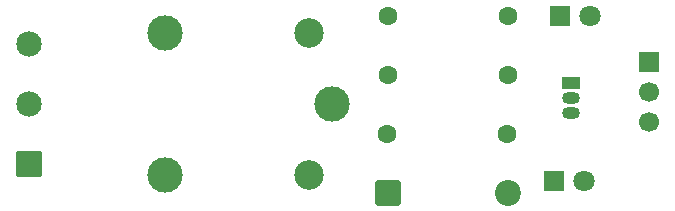
<source format=gbr>
%TF.GenerationSoftware,KiCad,Pcbnew,9.0.4*%
%TF.CreationDate,2025-10-31T12:34:43+05:30*%
%TF.ProjectId,5V_relay_module,35565f72-656c-4617-995f-6d6f64756c65,rev?*%
%TF.SameCoordinates,Original*%
%TF.FileFunction,Soldermask,Bot*%
%TF.FilePolarity,Negative*%
%FSLAX46Y46*%
G04 Gerber Fmt 4.6, Leading zero omitted, Abs format (unit mm)*
G04 Created by KiCad (PCBNEW 9.0.4) date 2025-10-31 12:34:43*
%MOMM*%
%LPD*%
G01*
G04 APERTURE LIST*
G04 Aperture macros list*
%AMRoundRect*
0 Rectangle with rounded corners*
0 $1 Rounding radius*
0 $2 $3 $4 $5 $6 $7 $8 $9 X,Y pos of 4 corners*
0 Add a 4 corners polygon primitive as box body*
4,1,4,$2,$3,$4,$5,$6,$7,$8,$9,$2,$3,0*
0 Add four circle primitives for the rounded corners*
1,1,$1+$1,$2,$3*
1,1,$1+$1,$4,$5*
1,1,$1+$1,$6,$7*
1,1,$1+$1,$8,$9*
0 Add four rect primitives between the rounded corners*
20,1,$1+$1,$2,$3,$4,$5,0*
20,1,$1+$1,$4,$5,$6,$7,0*
20,1,$1+$1,$6,$7,$8,$9,0*
20,1,$1+$1,$8,$9,$2,$3,0*%
G04 Aperture macros list end*
%ADD10C,1.600000*%
%ADD11R,1.500000X1.050000*%
%ADD12O,1.500000X1.050000*%
%ADD13C,3.000000*%
%ADD14C,2.500000*%
%ADD15RoundRect,0.102000X0.975000X-0.975000X0.975000X0.975000X-0.975000X0.975000X-0.975000X-0.975000X0*%
%ADD16C,2.154000*%
%ADD17R,1.700000X1.700000*%
%ADD18C,1.700000*%
%ADD19RoundRect,0.249999X-0.850001X-0.850001X0.850001X-0.850001X0.850001X0.850001X-0.850001X0.850001X0*%
%ADD20C,2.200000*%
%ADD21R,1.800000X1.800000*%
%ADD22C,1.800000*%
G04 APERTURE END LIST*
D10*
%TO.C,R3*%
X152340000Y-125500000D03*
X162500000Y-125500000D03*
%TD*%
%TO.C,R2*%
X152420000Y-120500000D03*
X162580000Y-120500000D03*
%TD*%
%TO.C,R1*%
X152420000Y-115500000D03*
X162580000Y-115500000D03*
%TD*%
D11*
%TO.C,Q1*%
X167870000Y-121230000D03*
D12*
X167870000Y-122500000D03*
X167870000Y-123770000D03*
%TD*%
D13*
%TO.C,K1*%
X147700000Y-123000000D03*
D14*
X145750000Y-116950000D03*
D13*
X133550000Y-116950000D03*
X133500000Y-129000000D03*
D14*
X145750000Y-128950000D03*
%TD*%
D15*
%TO.C,J2*%
X122000000Y-128080000D03*
D16*
X122000000Y-123000000D03*
X122000000Y-117920000D03*
%TD*%
D17*
%TO.C,J1*%
X174500000Y-119420000D03*
D18*
X174500000Y-121960000D03*
X174500000Y-124500000D03*
%TD*%
D19*
%TO.C,D3*%
X152420000Y-130500000D03*
D20*
X162580000Y-130500000D03*
%TD*%
D21*
%TO.C,RED*%
X166460000Y-129500000D03*
D22*
X169000000Y-129500000D03*
%TD*%
D21*
%TO.C,GREEN*%
X166960000Y-115500000D03*
D22*
X169500000Y-115500000D03*
%TD*%
M02*

</source>
